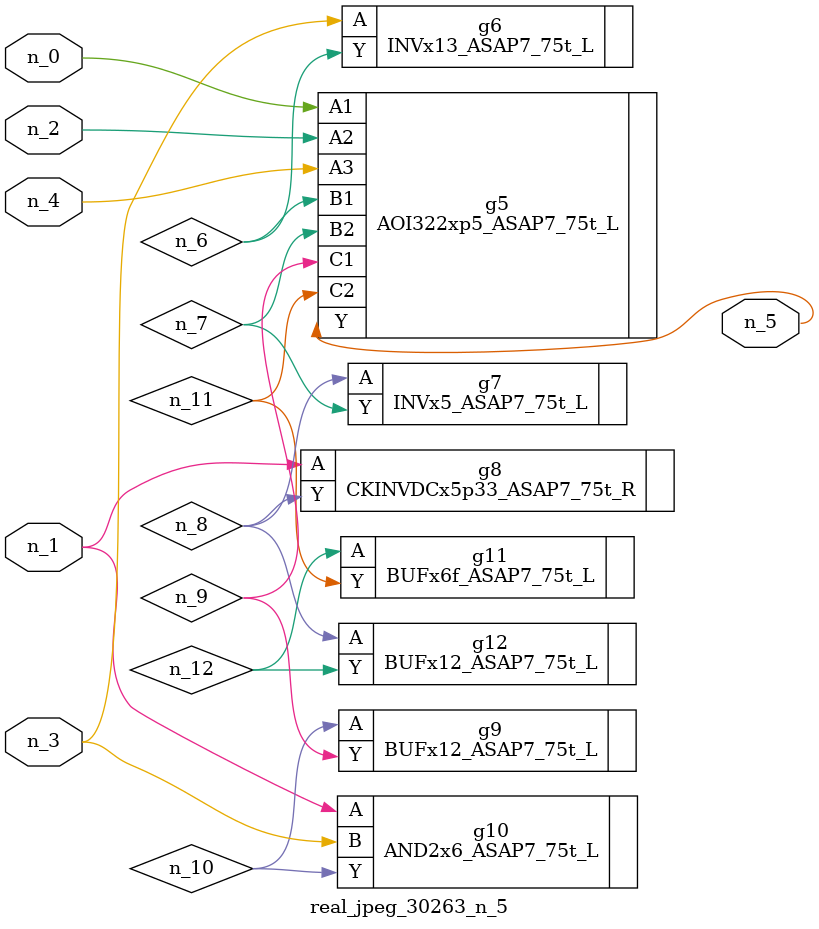
<source format=v>
module real_jpeg_30263_n_5 (n_4, n_0, n_1, n_2, n_3, n_5);

input n_4;
input n_0;
input n_1;
input n_2;
input n_3;

output n_5;

wire n_12;
wire n_8;
wire n_11;
wire n_6;
wire n_7;
wire n_10;
wire n_9;

AOI322xp5_ASAP7_75t_L g5 ( 
.A1(n_0),
.A2(n_2),
.A3(n_4),
.B1(n_6),
.B2(n_7),
.C1(n_9),
.C2(n_11),
.Y(n_5)
);

CKINVDCx5p33_ASAP7_75t_R g8 ( 
.A(n_1),
.Y(n_8)
);

AND2x6_ASAP7_75t_L g10 ( 
.A(n_1),
.B(n_3),
.Y(n_10)
);

INVx13_ASAP7_75t_L g6 ( 
.A(n_3),
.Y(n_6)
);

INVx5_ASAP7_75t_L g7 ( 
.A(n_8),
.Y(n_7)
);

BUFx12_ASAP7_75t_L g12 ( 
.A(n_8),
.Y(n_12)
);

BUFx12_ASAP7_75t_L g9 ( 
.A(n_10),
.Y(n_9)
);

BUFx6f_ASAP7_75t_L g11 ( 
.A(n_12),
.Y(n_11)
);


endmodule
</source>
